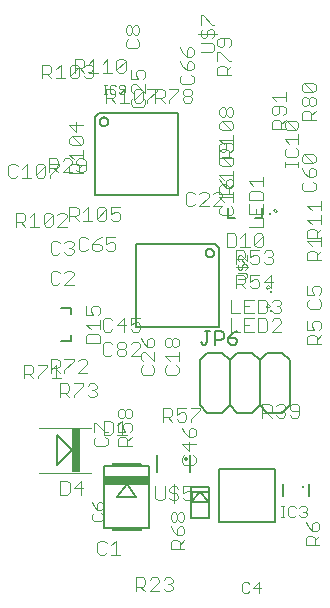
<source format=gbr>
G04 EAGLE Gerber RS-274X export*
G75*
%MOMM*%
%FSLAX34Y34*%
%LPD*%
%INSilkscreen Top*%
%IPPOS*%
%AMOC8*
5,1,8,0,0,1.08239X$1,22.5*%
G01*
%ADD10C,0.101600*%
%ADD11C,0.152400*%
%ADD12C,0.076200*%
%ADD13C,0.063400*%
%ADD14C,0.250000*%
%ADD15C,0.127000*%
%ADD16R,0.635000X3.810000*%
%ADD17C,0.203200*%
%ADD18C,0.359200*%
%ADD19C,0.300000*%

G36*
X106377Y126265D02*
X106377Y126265D01*
X106443Y126267D01*
X106487Y126285D01*
X106533Y126293D01*
X106590Y126326D01*
X106651Y126351D01*
X106686Y126383D01*
X106727Y126407D01*
X106768Y126458D01*
X106817Y126503D01*
X106838Y126545D01*
X106868Y126581D01*
X106889Y126644D01*
X106919Y126702D01*
X106927Y126757D01*
X106940Y126794D01*
X106939Y126833D01*
X106947Y126888D01*
X106947Y132888D01*
X106935Y132952D01*
X106933Y133018D01*
X106915Y133062D01*
X106907Y133108D01*
X106874Y133165D01*
X106849Y133226D01*
X106817Y133261D01*
X106793Y133302D01*
X106742Y133343D01*
X106697Y133392D01*
X106655Y133413D01*
X106619Y133443D01*
X106557Y133464D01*
X106498Y133494D01*
X106443Y133502D01*
X106406Y133515D01*
X106367Y133514D01*
X106313Y133522D01*
X68313Y133522D01*
X68248Y133510D01*
X68182Y133508D01*
X68138Y133490D01*
X68092Y133482D01*
X68035Y133449D01*
X67974Y133424D01*
X67939Y133392D01*
X67898Y133368D01*
X67857Y133317D01*
X67808Y133272D01*
X67787Y133230D01*
X67757Y133194D01*
X67736Y133132D01*
X67706Y133073D01*
X67698Y133018D01*
X67685Y132981D01*
X67686Y132942D01*
X67678Y132888D01*
X67678Y126888D01*
X67690Y126823D01*
X67692Y126757D01*
X67710Y126713D01*
X67718Y126667D01*
X67751Y126610D01*
X67776Y126549D01*
X67808Y126514D01*
X67832Y126473D01*
X67883Y126432D01*
X67928Y126383D01*
X67970Y126362D01*
X68006Y126332D01*
X68069Y126311D01*
X68127Y126281D01*
X68182Y126273D01*
X68219Y126260D01*
X68258Y126261D01*
X68313Y126253D01*
X106313Y126253D01*
X106377Y126265D01*
G37*
G36*
X99377Y141265D02*
X99377Y141265D01*
X99443Y141267D01*
X99487Y141285D01*
X99533Y141293D01*
X99590Y141326D01*
X99651Y141351D01*
X99686Y141383D01*
X99727Y141407D01*
X99768Y141458D01*
X99817Y141503D01*
X99838Y141545D01*
X99868Y141581D01*
X99889Y141644D01*
X99919Y141702D01*
X99927Y141757D01*
X99940Y141794D01*
X99939Y141833D01*
X99947Y141888D01*
X99947Y143888D01*
X99935Y143952D01*
X99933Y144018D01*
X99915Y144062D01*
X99907Y144108D01*
X99874Y144165D01*
X99849Y144226D01*
X99817Y144261D01*
X99793Y144302D01*
X99742Y144343D01*
X99697Y144392D01*
X99655Y144413D01*
X99619Y144443D01*
X99557Y144464D01*
X99498Y144494D01*
X99443Y144502D01*
X99406Y144515D01*
X99367Y144514D01*
X99313Y144522D01*
X75313Y144522D01*
X75248Y144510D01*
X75182Y144508D01*
X75138Y144490D01*
X75092Y144482D01*
X75035Y144449D01*
X74974Y144424D01*
X74939Y144392D01*
X74898Y144368D01*
X74857Y144317D01*
X74808Y144272D01*
X74787Y144230D01*
X74757Y144194D01*
X74736Y144132D01*
X74706Y144073D01*
X74698Y144018D01*
X74685Y143981D01*
X74686Y143942D01*
X74678Y143888D01*
X74678Y141888D01*
X74690Y141823D01*
X74692Y141757D01*
X74710Y141713D01*
X74718Y141667D01*
X74751Y141610D01*
X74776Y141549D01*
X74808Y141514D01*
X74832Y141473D01*
X74883Y141432D01*
X74928Y141383D01*
X74970Y141362D01*
X75006Y141332D01*
X75069Y141311D01*
X75127Y141281D01*
X75182Y141273D01*
X75219Y141260D01*
X75258Y141261D01*
X75313Y141253D01*
X99313Y141253D01*
X99377Y141265D01*
G37*
G36*
X99377Y87265D02*
X99377Y87265D01*
X99443Y87267D01*
X99487Y87285D01*
X99533Y87293D01*
X99590Y87326D01*
X99651Y87351D01*
X99686Y87383D01*
X99727Y87407D01*
X99768Y87458D01*
X99817Y87503D01*
X99838Y87545D01*
X99868Y87581D01*
X99889Y87644D01*
X99919Y87702D01*
X99927Y87757D01*
X99940Y87794D01*
X99939Y87833D01*
X99947Y87888D01*
X99947Y89888D01*
X99935Y89952D01*
X99933Y90018D01*
X99915Y90062D01*
X99907Y90108D01*
X99874Y90165D01*
X99849Y90226D01*
X99817Y90261D01*
X99793Y90302D01*
X99742Y90343D01*
X99697Y90392D01*
X99655Y90413D01*
X99619Y90443D01*
X99557Y90464D01*
X99498Y90494D01*
X99443Y90502D01*
X99406Y90515D01*
X99367Y90514D01*
X99313Y90522D01*
X75313Y90522D01*
X75248Y90510D01*
X75182Y90508D01*
X75138Y90490D01*
X75092Y90482D01*
X75035Y90449D01*
X74974Y90424D01*
X74939Y90392D01*
X74898Y90368D01*
X74857Y90317D01*
X74808Y90272D01*
X74787Y90230D01*
X74757Y90194D01*
X74736Y90132D01*
X74706Y90073D01*
X74698Y90018D01*
X74685Y89981D01*
X74686Y89942D01*
X74678Y89888D01*
X74678Y87888D01*
X74690Y87823D01*
X74692Y87757D01*
X74710Y87713D01*
X74718Y87667D01*
X74751Y87610D01*
X74776Y87549D01*
X74808Y87514D01*
X74832Y87473D01*
X74883Y87432D01*
X74928Y87383D01*
X74970Y87362D01*
X75006Y87332D01*
X75069Y87311D01*
X75127Y87281D01*
X75182Y87273D01*
X75219Y87260D01*
X75258Y87261D01*
X75313Y87253D01*
X99313Y87253D01*
X99377Y87265D01*
G37*
D10*
X-5135Y396015D02*
X-7084Y397964D01*
X-10982Y397964D01*
X-12930Y396015D01*
X-12930Y388219D01*
X-10982Y386271D01*
X-7084Y386271D01*
X-5135Y388219D01*
X-1237Y394066D02*
X2661Y397964D01*
X2661Y386271D01*
X-1237Y386271D02*
X6559Y386271D01*
X10457Y388219D02*
X10457Y396015D01*
X12406Y397964D01*
X16304Y397964D01*
X18253Y396015D01*
X18253Y388219D01*
X16304Y386271D01*
X12406Y386271D01*
X10457Y388219D01*
X18253Y396015D01*
X22151Y397964D02*
X29947Y397964D01*
X29947Y396015D01*
X22151Y388219D01*
X22151Y386271D01*
X165598Y360211D02*
X167547Y362160D01*
X165598Y360211D02*
X165598Y356313D01*
X167547Y354364D01*
X175343Y354364D01*
X177292Y356313D01*
X177292Y360211D01*
X175343Y362160D01*
X169496Y366058D02*
X165598Y369955D01*
X177292Y369955D01*
X177292Y366058D02*
X177292Y373853D01*
X167547Y381649D02*
X165598Y385547D01*
X167547Y381649D02*
X171445Y377751D01*
X175343Y377751D01*
X177292Y379700D01*
X177292Y383598D01*
X175343Y385547D01*
X173394Y385547D01*
X171445Y383598D01*
X171445Y377751D01*
X92935Y454235D02*
X90986Y452286D01*
X90986Y448388D01*
X92935Y446439D01*
X100731Y446439D01*
X102680Y448388D01*
X102680Y452286D01*
X100731Y454235D01*
X102680Y458133D02*
X102680Y465928D01*
X102680Y458133D02*
X94884Y465928D01*
X92935Y465928D01*
X90986Y463979D01*
X90986Y460081D01*
X92935Y458133D01*
X90986Y469826D02*
X90986Y477622D01*
X90986Y469826D02*
X96833Y469826D01*
X94884Y473724D01*
X94884Y475673D01*
X96833Y477622D01*
X100731Y477622D01*
X102680Y475673D01*
X102680Y471775D01*
X100731Y469826D01*
X52236Y336052D02*
X54185Y334103D01*
X52236Y336052D02*
X48338Y336052D01*
X46389Y334103D01*
X46389Y326307D01*
X48338Y324358D01*
X52236Y324358D01*
X54185Y326307D01*
X61980Y334103D02*
X65878Y336052D01*
X61980Y334103D02*
X58083Y330205D01*
X58083Y326307D01*
X60031Y324358D01*
X63929Y324358D01*
X65878Y326307D01*
X65878Y328256D01*
X63929Y330205D01*
X58083Y330205D01*
X69776Y336052D02*
X77572Y336052D01*
X69776Y336052D02*
X69776Y330205D01*
X73674Y332154D01*
X75623Y332154D01*
X77572Y330205D01*
X77572Y326307D01*
X75623Y324358D01*
X71725Y324358D01*
X69776Y326307D01*
X132261Y471336D02*
X134210Y473285D01*
X132261Y471336D02*
X132261Y467438D01*
X134210Y465489D01*
X142006Y465489D01*
X143955Y467438D01*
X143955Y471336D01*
X142006Y473285D01*
X134210Y481080D02*
X132261Y484978D01*
X134210Y481080D02*
X138108Y477183D01*
X142006Y477183D01*
X143955Y479131D01*
X143955Y483029D01*
X142006Y484978D01*
X140057Y484978D01*
X138108Y483029D01*
X138108Y477183D01*
X134210Y492774D02*
X132261Y496672D01*
X134210Y492774D02*
X138108Y488876D01*
X142006Y488876D01*
X143955Y490825D01*
X143955Y494723D01*
X142006Y496672D01*
X140057Y496672D01*
X138108Y494723D01*
X138108Y488876D01*
X67608Y180477D02*
X67608Y168783D01*
X73455Y168783D01*
X75404Y170732D01*
X75404Y178528D01*
X73455Y180477D01*
X67608Y180477D01*
X79302Y176579D02*
X83199Y180477D01*
X83199Y168783D01*
X79302Y168783D02*
X87097Y168783D01*
X-6580Y344996D02*
X-6580Y356689D01*
X-734Y356689D01*
X1216Y354740D01*
X1216Y350842D01*
X-734Y348893D01*
X-6580Y348893D01*
X-2683Y348893D02*
X1216Y344996D01*
X5114Y352791D02*
X9011Y356689D01*
X9011Y344996D01*
X5114Y344996D02*
X12909Y344996D01*
X16807Y346944D02*
X16807Y354740D01*
X18756Y356689D01*
X22654Y356689D01*
X24603Y354740D01*
X24603Y346944D01*
X22654Y344996D01*
X18756Y344996D01*
X16807Y346944D01*
X24603Y354740D01*
X28501Y344996D02*
X36297Y344996D01*
X36297Y352791D02*
X28501Y344996D01*
X36297Y352791D02*
X36297Y354740D01*
X34348Y356689D01*
X30450Y356689D01*
X28501Y354740D01*
X15645Y470408D02*
X15645Y482102D01*
X21492Y482102D01*
X23441Y480153D01*
X23441Y476255D01*
X21492Y474306D01*
X15645Y474306D01*
X19543Y474306D02*
X23441Y470408D01*
X27339Y478204D02*
X31236Y482102D01*
X31236Y470408D01*
X27339Y470408D02*
X35134Y470408D01*
X39032Y472357D02*
X39032Y480153D01*
X40981Y482102D01*
X44879Y482102D01*
X46828Y480153D01*
X46828Y472357D01*
X44879Y470408D01*
X40981Y470408D01*
X39032Y472357D01*
X46828Y480153D01*
X50726Y480153D02*
X52675Y482102D01*
X56573Y482102D01*
X58522Y480153D01*
X58522Y478204D01*
X56573Y476255D01*
X54624Y476255D01*
X56573Y476255D02*
X58522Y474306D01*
X58522Y472357D01*
X56573Y470408D01*
X52675Y470408D01*
X50726Y472357D01*
X50292Y390295D02*
X38598Y390295D01*
X38598Y396142D01*
X40547Y398091D01*
X44445Y398091D01*
X46394Y396142D01*
X46394Y390295D01*
X46394Y394193D02*
X50292Y398091D01*
X42496Y401989D02*
X38598Y405886D01*
X50292Y405886D01*
X50292Y401989D02*
X50292Y409784D01*
X48343Y413682D02*
X40547Y413682D01*
X38598Y415631D01*
X38598Y419529D01*
X40547Y421478D01*
X48343Y421478D01*
X50292Y419529D01*
X50292Y415631D01*
X48343Y413682D01*
X40547Y421478D01*
X38598Y431223D02*
X50292Y431223D01*
X44445Y425376D02*
X38598Y431223D01*
X44445Y433172D02*
X44445Y425376D01*
X38608Y361452D02*
X38608Y349758D01*
X38608Y361452D02*
X44455Y361452D01*
X46404Y359503D01*
X46404Y355605D01*
X44455Y353656D01*
X38608Y353656D01*
X42506Y353656D02*
X46404Y349758D01*
X50302Y357554D02*
X54200Y361452D01*
X54200Y349758D01*
X50302Y349758D02*
X58098Y349758D01*
X61996Y351707D02*
X61996Y359503D01*
X63945Y361452D01*
X67843Y361452D01*
X69792Y359503D01*
X69792Y351707D01*
X67843Y349758D01*
X63945Y349758D01*
X61996Y351707D01*
X69792Y359503D01*
X73690Y361452D02*
X81486Y361452D01*
X73690Y361452D02*
X73690Y355605D01*
X77588Y357554D01*
X79537Y357554D01*
X81486Y355605D01*
X81486Y351707D01*
X79537Y349758D01*
X75639Y349758D01*
X73690Y351707D01*
X69620Y449771D02*
X69620Y461464D01*
X75467Y461464D01*
X77416Y459515D01*
X77416Y455617D01*
X75467Y453668D01*
X69620Y453668D01*
X73518Y453668D02*
X77416Y449771D01*
X81314Y457566D02*
X85211Y461464D01*
X85211Y449771D01*
X81314Y449771D02*
X89109Y449771D01*
X93007Y451719D02*
X93007Y459515D01*
X94956Y461464D01*
X98854Y461464D01*
X100803Y459515D01*
X100803Y451719D01*
X98854Y449771D01*
X94956Y449771D01*
X93007Y451719D01*
X100803Y459515D01*
X104701Y461464D02*
X112497Y461464D01*
X112497Y459515D01*
X104701Y451719D01*
X104701Y449771D01*
X165598Y402995D02*
X177292Y402995D01*
X165598Y402995D02*
X165598Y408842D01*
X167547Y410791D01*
X171445Y410791D01*
X173394Y408842D01*
X173394Y402995D01*
X173394Y406893D02*
X177292Y410791D01*
X169496Y414689D02*
X165598Y418586D01*
X177292Y418586D01*
X177292Y414689D02*
X177292Y422484D01*
X175343Y426382D02*
X167547Y426382D01*
X165598Y428331D01*
X165598Y432229D01*
X167547Y434178D01*
X175343Y434178D01*
X177292Y432229D01*
X177292Y428331D01*
X175343Y426382D01*
X167547Y434178D01*
X167547Y438076D02*
X165598Y440025D01*
X165598Y443923D01*
X167547Y445872D01*
X169496Y445872D01*
X171445Y443923D01*
X173394Y445872D01*
X175343Y445872D01*
X177292Y443923D01*
X177292Y440025D01*
X175343Y438076D01*
X173394Y438076D01*
X171445Y440025D01*
X169496Y438076D01*
X167547Y438076D01*
X171445Y440025D02*
X171445Y443923D01*
X177292Y372832D02*
X165598Y372832D01*
X165598Y378679D01*
X167547Y380628D01*
X171445Y380628D01*
X173394Y378679D01*
X173394Y372832D01*
X173394Y376730D02*
X177292Y380628D01*
X169496Y384526D02*
X165598Y388424D01*
X177292Y388424D01*
X177292Y384526D02*
X177292Y392322D01*
X175343Y396220D02*
X167547Y396220D01*
X165598Y398169D01*
X165598Y402067D01*
X167547Y404016D01*
X175343Y404016D01*
X177292Y402067D01*
X177292Y398169D01*
X175343Y396220D01*
X167547Y404016D01*
X175343Y407914D02*
X177292Y409863D01*
X177292Y413761D01*
X175343Y415710D01*
X167547Y415710D01*
X165598Y413761D01*
X165598Y409863D01*
X167547Y407914D01*
X169496Y407914D01*
X171445Y409863D01*
X171445Y415710D01*
X43371Y475171D02*
X43371Y486864D01*
X49217Y486864D01*
X51166Y484915D01*
X51166Y481017D01*
X49217Y479068D01*
X43371Y479068D01*
X47268Y479068D02*
X51166Y475171D01*
X55064Y482966D02*
X58962Y486864D01*
X58962Y475171D01*
X55064Y475171D02*
X62860Y475171D01*
X66758Y482966D02*
X70656Y486864D01*
X70656Y475171D01*
X66758Y475171D02*
X74554Y475171D01*
X78452Y477119D02*
X78452Y484915D01*
X80401Y486864D01*
X84299Y486864D01*
X86248Y484915D01*
X86248Y477119D01*
X84299Y475171D01*
X80401Y475171D01*
X78452Y477119D01*
X86248Y484915D01*
X351Y228102D02*
X351Y216408D01*
X351Y228102D02*
X6198Y228102D01*
X8147Y226153D01*
X8147Y222255D01*
X6198Y220306D01*
X351Y220306D01*
X4249Y220306D02*
X8147Y216408D01*
X12045Y228102D02*
X19841Y228102D01*
X19841Y226153D01*
X12045Y218357D01*
X12045Y216408D01*
X23739Y224204D02*
X27637Y228102D01*
X27637Y216408D01*
X23739Y216408D02*
X31535Y216408D01*
X22733Y221171D02*
X22733Y232864D01*
X28580Y232864D01*
X30529Y230915D01*
X30529Y227017D01*
X28580Y225068D01*
X22733Y225068D01*
X26631Y225068D02*
X30529Y221171D01*
X34427Y232864D02*
X42223Y232864D01*
X42223Y230915D01*
X34427Y223119D01*
X34427Y221171D01*
X46121Y221171D02*
X53917Y221171D01*
X53917Y228966D02*
X46121Y221171D01*
X53917Y228966D02*
X53917Y230915D01*
X51968Y232864D01*
X48070Y232864D01*
X46121Y230915D01*
X30671Y212227D02*
X30671Y200533D01*
X30671Y212227D02*
X36517Y212227D01*
X38466Y210278D01*
X38466Y206380D01*
X36517Y204431D01*
X30671Y204431D01*
X34568Y204431D02*
X38466Y200533D01*
X42364Y212227D02*
X50160Y212227D01*
X50160Y210278D01*
X42364Y202482D01*
X42364Y200533D01*
X54058Y210278D02*
X56007Y212227D01*
X59905Y212227D01*
X61854Y210278D01*
X61854Y208329D01*
X59905Y206380D01*
X57956Y206380D01*
X59905Y206380D02*
X61854Y204431D01*
X61854Y202482D01*
X59905Y200533D01*
X56007Y200533D01*
X54058Y202482D01*
X111476Y449771D02*
X111476Y461464D01*
X117323Y461464D01*
X119272Y459515D01*
X119272Y455617D01*
X117323Y453668D01*
X111476Y453668D01*
X115374Y453668D02*
X119272Y449771D01*
X123170Y461464D02*
X130966Y461464D01*
X130966Y459515D01*
X123170Y451719D01*
X123170Y449771D01*
X134864Y459515D02*
X136813Y461464D01*
X140711Y461464D01*
X142660Y459515D01*
X142660Y457566D01*
X140711Y455617D01*
X142660Y453668D01*
X142660Y451719D01*
X140711Y449771D01*
X136813Y449771D01*
X134864Y451719D01*
X134864Y453668D01*
X136813Y455617D01*
X134864Y457566D01*
X134864Y459515D01*
X136813Y455617D02*
X140711Y455617D01*
X164011Y473426D02*
X175705Y473426D01*
X164011Y473426D02*
X164011Y479273D01*
X165960Y481222D01*
X169858Y481222D01*
X171807Y479273D01*
X171807Y473426D01*
X171807Y477324D02*
X175705Y481222D01*
X164011Y485120D02*
X164011Y492916D01*
X165960Y492916D01*
X173756Y485120D01*
X175705Y485120D01*
X173756Y496814D02*
X175705Y498763D01*
X175705Y502661D01*
X173756Y504610D01*
X165960Y504610D01*
X164011Y502661D01*
X164011Y498763D01*
X165960Y496814D01*
X167909Y496814D01*
X169858Y498763D01*
X169858Y504610D01*
X235448Y435326D02*
X247142Y435326D01*
X235448Y435326D02*
X235448Y441173D01*
X237397Y443122D01*
X241295Y443122D01*
X243244Y441173D01*
X243244Y435326D01*
X243244Y439224D02*
X247142Y443122D01*
X237397Y447020D02*
X235448Y448969D01*
X235448Y452867D01*
X237397Y454816D01*
X239346Y454816D01*
X241295Y452867D01*
X243244Y454816D01*
X245193Y454816D01*
X247142Y452867D01*
X247142Y448969D01*
X245193Y447020D01*
X243244Y447020D01*
X241295Y448969D01*
X239346Y447020D01*
X237397Y447020D01*
X241295Y448969D02*
X241295Y452867D01*
X245193Y458714D02*
X237397Y458714D01*
X235448Y460663D01*
X235448Y464561D01*
X237397Y466510D01*
X245193Y466510D01*
X247142Y464561D01*
X247142Y460663D01*
X245193Y458714D01*
X237397Y466510D01*
D11*
X130300Y441450D02*
X130300Y371350D01*
X60200Y371350D01*
X60200Y437900D01*
X63750Y441450D02*
X130300Y441450D01*
X63750Y441450D02*
X60200Y437900D01*
X64226Y433832D02*
X64228Y433951D01*
X64234Y434071D01*
X64244Y434190D01*
X64258Y434308D01*
X64276Y434426D01*
X64297Y434544D01*
X64323Y434660D01*
X64352Y434776D01*
X64386Y434891D01*
X64423Y435004D01*
X64464Y435116D01*
X64508Y435227D01*
X64556Y435337D01*
X64608Y435444D01*
X64663Y435550D01*
X64722Y435654D01*
X64785Y435756D01*
X64850Y435855D01*
X64919Y435953D01*
X64991Y436048D01*
X65066Y436141D01*
X65145Y436231D01*
X65226Y436319D01*
X65310Y436403D01*
X65397Y436485D01*
X65486Y436564D01*
X65578Y436640D01*
X65673Y436713D01*
X65770Y436783D01*
X65869Y436849D01*
X65971Y436912D01*
X66074Y436972D01*
X66179Y437028D01*
X66286Y437081D01*
X66395Y437130D01*
X66506Y437176D01*
X66618Y437217D01*
X66731Y437255D01*
X66845Y437290D01*
X66961Y437320D01*
X67077Y437347D01*
X67194Y437369D01*
X67312Y437388D01*
X67431Y437403D01*
X67550Y437414D01*
X67669Y437421D01*
X67788Y437424D01*
X67908Y437423D01*
X68027Y437418D01*
X68146Y437409D01*
X68265Y437396D01*
X68383Y437379D01*
X68500Y437359D01*
X68617Y437334D01*
X68733Y437305D01*
X68848Y437273D01*
X68962Y437237D01*
X69075Y437197D01*
X69186Y437153D01*
X69295Y437106D01*
X69403Y437055D01*
X69510Y437001D01*
X69614Y436943D01*
X69716Y436881D01*
X69817Y436817D01*
X69915Y436748D01*
X70011Y436677D01*
X70104Y436603D01*
X70195Y436525D01*
X70283Y436445D01*
X70368Y436361D01*
X70451Y436275D01*
X70531Y436186D01*
X70608Y436095D01*
X70681Y436001D01*
X70752Y435904D01*
X70819Y435806D01*
X70883Y435705D01*
X70944Y435602D01*
X71001Y435497D01*
X71054Y435391D01*
X71104Y435282D01*
X71151Y435172D01*
X71193Y435061D01*
X71232Y434948D01*
X71268Y434834D01*
X71299Y434718D01*
X71326Y434602D01*
X71350Y434485D01*
X71370Y434367D01*
X71386Y434249D01*
X71398Y434130D01*
X71406Y434011D01*
X71410Y433892D01*
X71410Y433772D01*
X71406Y433653D01*
X71398Y433534D01*
X71386Y433415D01*
X71370Y433297D01*
X71350Y433179D01*
X71326Y433062D01*
X71299Y432946D01*
X71268Y432830D01*
X71232Y432716D01*
X71193Y432603D01*
X71151Y432492D01*
X71104Y432382D01*
X71054Y432273D01*
X71001Y432167D01*
X70944Y432062D01*
X70883Y431959D01*
X70819Y431858D01*
X70752Y431760D01*
X70681Y431663D01*
X70608Y431569D01*
X70531Y431478D01*
X70451Y431389D01*
X70368Y431303D01*
X70283Y431219D01*
X70195Y431139D01*
X70104Y431061D01*
X70011Y430987D01*
X69915Y430916D01*
X69817Y430847D01*
X69716Y430783D01*
X69614Y430721D01*
X69510Y430663D01*
X69403Y430609D01*
X69295Y430558D01*
X69186Y430511D01*
X69075Y430467D01*
X68962Y430427D01*
X68848Y430391D01*
X68733Y430359D01*
X68617Y430330D01*
X68500Y430305D01*
X68383Y430285D01*
X68265Y430268D01*
X68146Y430255D01*
X68027Y430246D01*
X67908Y430241D01*
X67788Y430240D01*
X67669Y430243D01*
X67550Y430250D01*
X67431Y430261D01*
X67312Y430276D01*
X67194Y430295D01*
X67077Y430317D01*
X66961Y430344D01*
X66845Y430374D01*
X66731Y430409D01*
X66618Y430447D01*
X66506Y430488D01*
X66395Y430534D01*
X66286Y430583D01*
X66179Y430636D01*
X66074Y430692D01*
X65971Y430752D01*
X65869Y430815D01*
X65770Y430881D01*
X65673Y430951D01*
X65578Y431024D01*
X65486Y431100D01*
X65397Y431179D01*
X65310Y431261D01*
X65226Y431345D01*
X65145Y431433D01*
X65066Y431523D01*
X64991Y431616D01*
X64919Y431711D01*
X64850Y431809D01*
X64785Y431908D01*
X64722Y432010D01*
X64663Y432114D01*
X64608Y432220D01*
X64556Y432327D01*
X64508Y432437D01*
X64464Y432548D01*
X64423Y432660D01*
X64386Y432773D01*
X64352Y432888D01*
X64323Y433004D01*
X64297Y433120D01*
X64276Y433238D01*
X64258Y433356D01*
X64244Y433474D01*
X64234Y433593D01*
X64228Y433713D01*
X64226Y433832D01*
D12*
X67945Y457581D02*
X70402Y457581D01*
X69174Y457581D02*
X69174Y464953D01*
X70402Y464953D02*
X67945Y464953D01*
X76621Y464953D02*
X77849Y463725D01*
X76621Y464953D02*
X74163Y464953D01*
X72934Y463725D01*
X72934Y458810D01*
X74163Y457581D01*
X76621Y457581D01*
X77849Y458810D01*
X80419Y458810D02*
X81647Y457581D01*
X84105Y457581D01*
X85333Y458810D01*
X85333Y463725D01*
X84105Y464953D01*
X81647Y464953D01*
X80419Y463725D01*
X80419Y462496D01*
X81647Y461267D01*
X85333Y461267D01*
D10*
X28580Y307477D02*
X30529Y305528D01*
X28580Y307477D02*
X24682Y307477D01*
X22733Y305528D01*
X22733Y297732D01*
X24682Y295783D01*
X28580Y295783D01*
X30529Y297732D01*
X34427Y295783D02*
X42223Y295783D01*
X34427Y295783D02*
X42223Y303579D01*
X42223Y305528D01*
X40274Y307477D01*
X36376Y307477D01*
X34427Y305528D01*
X30529Y330928D02*
X28580Y332877D01*
X24682Y332877D01*
X22733Y330928D01*
X22733Y323132D01*
X24682Y321183D01*
X28580Y321183D01*
X30529Y323132D01*
X34427Y330928D02*
X36376Y332877D01*
X40274Y332877D01*
X42223Y330928D01*
X42223Y328979D01*
X40274Y327030D01*
X38325Y327030D01*
X40274Y327030D02*
X42223Y325081D01*
X42223Y323132D01*
X40274Y321183D01*
X36376Y321183D01*
X34427Y323132D01*
X100872Y227379D02*
X98923Y225430D01*
X98923Y221532D01*
X100872Y219583D01*
X108668Y219583D01*
X110617Y221532D01*
X110617Y225430D01*
X108668Y227379D01*
X110617Y231277D02*
X110617Y239073D01*
X110617Y231277D02*
X102821Y239073D01*
X100872Y239073D01*
X98923Y237124D01*
X98923Y233226D01*
X100872Y231277D01*
X100872Y246869D02*
X98923Y250767D01*
X100872Y246869D02*
X104770Y242971D01*
X108668Y242971D01*
X110617Y244920D01*
X110617Y248818D01*
X108668Y250767D01*
X106719Y250767D01*
X104770Y248818D01*
X104770Y242971D01*
X240211Y335314D02*
X251905Y335314D01*
X240211Y335314D02*
X240211Y341161D01*
X242160Y343110D01*
X246058Y343110D01*
X248007Y341161D01*
X248007Y335314D01*
X248007Y339212D02*
X251905Y343110D01*
X244109Y347008D02*
X240211Y350905D01*
X251905Y350905D01*
X251905Y347008D02*
X251905Y354803D01*
X244109Y358701D02*
X240211Y362599D01*
X251905Y362599D01*
X251905Y358701D02*
X251905Y366497D01*
X21146Y391033D02*
X21146Y402727D01*
X26992Y402727D01*
X28941Y400778D01*
X28941Y396880D01*
X26992Y394931D01*
X21146Y394931D01*
X25043Y394931D02*
X28941Y391033D01*
X32839Y391033D02*
X40635Y391033D01*
X32839Y391033D02*
X40635Y398829D01*
X40635Y400778D01*
X38686Y402727D01*
X34788Y402727D01*
X32839Y400778D01*
X44533Y392982D02*
X46482Y391033D01*
X50380Y391033D01*
X52329Y392982D01*
X52329Y400778D01*
X50380Y402727D01*
X46482Y402727D01*
X44533Y400778D01*
X44533Y398829D01*
X46482Y396880D01*
X52329Y396880D01*
X73030Y247152D02*
X74979Y245203D01*
X73030Y247152D02*
X69132Y247152D01*
X67183Y245203D01*
X67183Y237407D01*
X69132Y235458D01*
X73030Y235458D01*
X74979Y237407D01*
X78877Y245203D02*
X80826Y247152D01*
X84724Y247152D01*
X86673Y245203D01*
X86673Y243254D01*
X84724Y241305D01*
X86673Y239356D01*
X86673Y237407D01*
X84724Y235458D01*
X80826Y235458D01*
X78877Y237407D01*
X78877Y239356D01*
X80826Y241305D01*
X78877Y243254D01*
X78877Y245203D01*
X80826Y241305D02*
X84724Y241305D01*
X90571Y235458D02*
X98367Y235458D01*
X90571Y235458D02*
X98367Y243254D01*
X98367Y245203D01*
X96418Y247152D01*
X92520Y247152D01*
X90571Y245203D01*
X74979Y265840D02*
X73030Y267789D01*
X69132Y267789D01*
X67183Y265840D01*
X67183Y258044D01*
X69132Y256096D01*
X73030Y256096D01*
X74979Y258044D01*
X84724Y256096D02*
X84724Y267789D01*
X78877Y261942D01*
X86673Y261942D01*
X90571Y267789D02*
X98367Y267789D01*
X90571Y267789D02*
X90571Y261942D01*
X94469Y263891D01*
X96418Y263891D01*
X98367Y261942D01*
X98367Y258044D01*
X96418Y256096D01*
X92520Y256096D01*
X90571Y258044D01*
D11*
X39942Y276162D02*
X31814Y276162D01*
X39942Y276162D02*
X39942Y270574D01*
X39942Y247714D02*
X31814Y247714D01*
X39942Y247714D02*
X39942Y253302D01*
D10*
X52886Y246414D02*
X64580Y246414D01*
X64580Y252261D01*
X62631Y254210D01*
X54835Y254210D01*
X52886Y252261D01*
X52886Y246414D01*
X56784Y258108D02*
X52886Y262005D01*
X64580Y262005D01*
X64580Y258108D02*
X64580Y265903D01*
X52886Y269801D02*
X52886Y277597D01*
X52886Y269801D02*
X58733Y269801D01*
X56784Y273699D01*
X56784Y275648D01*
X58733Y277597D01*
X62631Y277597D01*
X64580Y275648D01*
X64580Y271750D01*
X62631Y269801D01*
X202121Y194764D02*
X202121Y183071D01*
X202121Y194764D02*
X207967Y194764D01*
X209916Y192815D01*
X209916Y188917D01*
X207967Y186968D01*
X202121Y186968D01*
X206018Y186968D02*
X209916Y183071D01*
X213814Y192815D02*
X215763Y194764D01*
X219661Y194764D01*
X221610Y192815D01*
X221610Y190866D01*
X219661Y188917D01*
X217712Y188917D01*
X219661Y188917D02*
X221610Y186968D01*
X221610Y185019D01*
X219661Y183071D01*
X215763Y183071D01*
X213814Y185019D01*
X225508Y185019D02*
X227457Y183071D01*
X231355Y183071D01*
X233304Y185019D01*
X233304Y192815D01*
X231355Y194764D01*
X227457Y194764D01*
X225508Y192815D01*
X225508Y190866D01*
X227457Y188917D01*
X233304Y188917D01*
X179739Y313246D02*
X179739Y324939D01*
X185586Y324939D01*
X187535Y322990D01*
X187535Y319092D01*
X185586Y317143D01*
X179739Y317143D01*
X183637Y317143D02*
X187535Y313246D01*
X191433Y324939D02*
X199228Y324939D01*
X191433Y324939D02*
X191433Y319092D01*
X195330Y321041D01*
X197279Y321041D01*
X199228Y319092D01*
X199228Y315194D01*
X197279Y313246D01*
X193381Y313246D01*
X191433Y315194D01*
X203126Y322990D02*
X205075Y324939D01*
X208973Y324939D01*
X210922Y322990D01*
X210922Y321041D01*
X208973Y319092D01*
X207024Y319092D01*
X208973Y319092D02*
X210922Y317143D01*
X210922Y315194D01*
X208973Y313246D01*
X205075Y313246D01*
X203126Y315194D01*
D13*
X208125Y278063D02*
X206375Y276313D01*
X204875Y277813D01*
X206625Y279563D01*
X208125Y278063D01*
D14*
X209125Y273813D03*
D10*
X175107Y267314D02*
X175107Y255621D01*
X182903Y255621D01*
X186801Y267314D02*
X194597Y267314D01*
X186801Y267314D02*
X186801Y255621D01*
X194597Y255621D01*
X190699Y261467D02*
X186801Y261467D01*
X198495Y255621D02*
X198495Y267314D01*
X198495Y255621D02*
X204342Y255621D01*
X206291Y257569D01*
X206291Y265365D01*
X204342Y267314D01*
X198495Y267314D01*
X210189Y255621D02*
X217985Y255621D01*
X217985Y263416D02*
X210189Y255621D01*
X217985Y263416D02*
X217985Y265365D01*
X216036Y267314D01*
X212138Y267314D01*
X210189Y265365D01*
X179739Y292608D02*
X179739Y304302D01*
X185586Y304302D01*
X187535Y302353D01*
X187535Y298455D01*
X185586Y296506D01*
X179739Y296506D01*
X183637Y296506D02*
X187535Y292608D01*
X191433Y304302D02*
X199228Y304302D01*
X191433Y304302D02*
X191433Y298455D01*
X195330Y300404D01*
X197279Y300404D01*
X199228Y298455D01*
X199228Y294557D01*
X197279Y292608D01*
X193381Y292608D01*
X191433Y294557D01*
X208973Y292608D02*
X208973Y304302D01*
X203126Y298455D01*
X210922Y298455D01*
D13*
X208125Y293938D02*
X206375Y292188D01*
X204875Y293688D01*
X206625Y295438D01*
X208125Y293938D01*
D14*
X209125Y289688D03*
D10*
X175107Y283189D02*
X175107Y271496D01*
X182903Y271496D01*
X186801Y283189D02*
X194597Y283189D01*
X186801Y283189D02*
X186801Y271496D01*
X194597Y271496D01*
X190699Y277342D02*
X186801Y277342D01*
X198495Y271496D02*
X198495Y283189D01*
X198495Y271496D02*
X204342Y271496D01*
X206291Y273444D01*
X206291Y281240D01*
X204342Y283189D01*
X198495Y283189D01*
X210189Y281240D02*
X212138Y283189D01*
X216036Y283189D01*
X217985Y281240D01*
X217985Y279291D01*
X216036Y277342D01*
X214087Y277342D01*
X216036Y277342D02*
X217985Y275393D01*
X217985Y273444D01*
X216036Y271496D01*
X212138Y271496D01*
X210189Y273444D01*
X136017Y71789D02*
X124323Y71789D01*
X124323Y77636D01*
X126272Y79585D01*
X130170Y79585D01*
X132119Y77636D01*
X132119Y71789D01*
X132119Y75687D02*
X136017Y79585D01*
X126272Y87380D02*
X124323Y91278D01*
X126272Y87380D02*
X130170Y83483D01*
X134068Y83483D01*
X136017Y85431D01*
X136017Y89329D01*
X134068Y91278D01*
X132119Y91278D01*
X130170Y89329D01*
X130170Y83483D01*
X126272Y95176D02*
X124323Y97125D01*
X124323Y101023D01*
X126272Y102972D01*
X128221Y102972D01*
X130170Y101023D01*
X132119Y102972D01*
X134068Y102972D01*
X136017Y101023D01*
X136017Y97125D01*
X134068Y95176D01*
X132119Y95176D01*
X130170Y97125D01*
X128221Y95176D01*
X126272Y95176D01*
X130170Y97125D02*
X130170Y101023D01*
D11*
X155575Y187325D02*
X149225Y193675D01*
X168275Y187325D02*
X174625Y193675D01*
X180975Y187325D01*
X193675Y187325D02*
X200025Y193675D01*
X149225Y193675D02*
X149225Y231775D01*
X155575Y238125D01*
X168275Y238125D01*
X174625Y231775D01*
X180975Y238125D01*
X193675Y238125D01*
X200025Y231775D01*
X174625Y231775D02*
X174625Y193675D01*
X200025Y193675D02*
X200025Y231775D01*
X193675Y187325D02*
X180975Y187325D01*
X168275Y187325D02*
X155575Y187325D01*
X200025Y193675D02*
X206375Y187325D01*
X219075Y187325D02*
X225425Y193675D01*
X200025Y231775D02*
X206375Y238125D01*
X219075Y238125D01*
X225425Y231775D01*
X225425Y193675D01*
X219075Y187325D02*
X206375Y187325D01*
D15*
X151767Y245110D02*
X149860Y247017D01*
X151767Y245110D02*
X153673Y245110D01*
X155580Y247017D01*
X155580Y256550D01*
X153673Y256550D02*
X157487Y256550D01*
X161554Y256550D02*
X161554Y245110D01*
X161554Y256550D02*
X167274Y256550D01*
X169180Y254643D01*
X169180Y250830D01*
X167274Y248923D01*
X161554Y248923D01*
X177061Y254643D02*
X180874Y256550D01*
X177061Y254643D02*
X173248Y250830D01*
X173248Y247017D01*
X175155Y245110D01*
X178968Y245110D01*
X180874Y247017D01*
X180874Y248923D01*
X178968Y250830D01*
X173248Y250830D01*
D10*
X121510Y227379D02*
X119561Y225430D01*
X119561Y221532D01*
X121510Y219583D01*
X129306Y219583D01*
X131255Y221532D01*
X131255Y225430D01*
X129306Y227379D01*
X123459Y231277D02*
X119561Y235175D01*
X131255Y235175D01*
X131255Y231277D02*
X131255Y239073D01*
X121510Y242971D02*
X119561Y244920D01*
X119561Y248818D01*
X121510Y250767D01*
X123459Y250767D01*
X125408Y248818D01*
X127357Y250767D01*
X129306Y250767D01*
X131255Y248818D01*
X131255Y244920D01*
X129306Y242971D01*
X127357Y242971D01*
X125408Y244920D01*
X123459Y242971D01*
X121510Y242971D01*
X125408Y244920D02*
X125408Y248818D01*
X144829Y372203D02*
X142880Y374152D01*
X138982Y374152D01*
X137033Y372203D01*
X137033Y364407D01*
X138982Y362458D01*
X142880Y362458D01*
X144829Y364407D01*
X148727Y362458D02*
X156523Y362458D01*
X148727Y362458D02*
X156523Y370254D01*
X156523Y372203D01*
X154574Y374152D01*
X150676Y374152D01*
X148727Y372203D01*
X160421Y362458D02*
X168217Y362458D01*
X160421Y362458D02*
X168217Y370254D01*
X168217Y372203D01*
X166268Y374152D01*
X162370Y374152D01*
X160421Y372203D01*
D11*
X165225Y260225D02*
X95125Y260225D01*
X95125Y330325D01*
X161675Y330325D01*
X165225Y326775D02*
X165225Y260225D01*
X165225Y326775D02*
X161675Y330325D01*
X154015Y322707D02*
X154017Y322826D01*
X154023Y322946D01*
X154033Y323065D01*
X154047Y323183D01*
X154065Y323301D01*
X154086Y323419D01*
X154112Y323535D01*
X154141Y323651D01*
X154175Y323766D01*
X154212Y323879D01*
X154253Y323991D01*
X154297Y324102D01*
X154345Y324212D01*
X154397Y324319D01*
X154452Y324425D01*
X154511Y324529D01*
X154574Y324631D01*
X154639Y324730D01*
X154708Y324828D01*
X154780Y324923D01*
X154855Y325016D01*
X154934Y325106D01*
X155015Y325194D01*
X155099Y325278D01*
X155186Y325360D01*
X155275Y325439D01*
X155367Y325515D01*
X155462Y325588D01*
X155559Y325658D01*
X155658Y325724D01*
X155760Y325787D01*
X155863Y325847D01*
X155968Y325903D01*
X156075Y325956D01*
X156184Y326005D01*
X156295Y326051D01*
X156407Y326092D01*
X156520Y326130D01*
X156634Y326165D01*
X156750Y326195D01*
X156866Y326222D01*
X156983Y326244D01*
X157101Y326263D01*
X157220Y326278D01*
X157339Y326289D01*
X157458Y326296D01*
X157577Y326299D01*
X157697Y326298D01*
X157816Y326293D01*
X157935Y326284D01*
X158054Y326271D01*
X158172Y326254D01*
X158289Y326234D01*
X158406Y326209D01*
X158522Y326180D01*
X158637Y326148D01*
X158751Y326112D01*
X158864Y326072D01*
X158975Y326028D01*
X159084Y325981D01*
X159192Y325930D01*
X159299Y325876D01*
X159403Y325818D01*
X159505Y325756D01*
X159606Y325692D01*
X159704Y325623D01*
X159800Y325552D01*
X159893Y325478D01*
X159984Y325400D01*
X160072Y325320D01*
X160157Y325236D01*
X160240Y325150D01*
X160320Y325061D01*
X160397Y324970D01*
X160470Y324876D01*
X160541Y324779D01*
X160608Y324681D01*
X160672Y324580D01*
X160733Y324477D01*
X160790Y324372D01*
X160843Y324266D01*
X160893Y324157D01*
X160940Y324047D01*
X160982Y323936D01*
X161021Y323823D01*
X161057Y323709D01*
X161088Y323593D01*
X161115Y323477D01*
X161139Y323360D01*
X161159Y323242D01*
X161175Y323124D01*
X161187Y323005D01*
X161195Y322886D01*
X161199Y322767D01*
X161199Y322647D01*
X161195Y322528D01*
X161187Y322409D01*
X161175Y322290D01*
X161159Y322172D01*
X161139Y322054D01*
X161115Y321937D01*
X161088Y321821D01*
X161057Y321705D01*
X161021Y321591D01*
X160982Y321478D01*
X160940Y321367D01*
X160893Y321257D01*
X160843Y321148D01*
X160790Y321042D01*
X160733Y320937D01*
X160672Y320834D01*
X160608Y320733D01*
X160541Y320635D01*
X160470Y320538D01*
X160397Y320444D01*
X160320Y320353D01*
X160240Y320264D01*
X160157Y320178D01*
X160072Y320094D01*
X159984Y320014D01*
X159893Y319936D01*
X159800Y319862D01*
X159704Y319791D01*
X159606Y319722D01*
X159505Y319658D01*
X159403Y319596D01*
X159299Y319538D01*
X159192Y319484D01*
X159084Y319433D01*
X158975Y319386D01*
X158864Y319342D01*
X158751Y319302D01*
X158637Y319266D01*
X158522Y319234D01*
X158406Y319205D01*
X158289Y319180D01*
X158172Y319160D01*
X158054Y319143D01*
X157935Y319130D01*
X157816Y319121D01*
X157697Y319116D01*
X157577Y319115D01*
X157458Y319118D01*
X157339Y319125D01*
X157220Y319136D01*
X157101Y319151D01*
X156983Y319170D01*
X156866Y319192D01*
X156750Y319219D01*
X156634Y319249D01*
X156520Y319284D01*
X156407Y319322D01*
X156295Y319363D01*
X156184Y319409D01*
X156075Y319458D01*
X155968Y319511D01*
X155863Y319567D01*
X155760Y319627D01*
X155658Y319690D01*
X155559Y319756D01*
X155462Y319826D01*
X155367Y319899D01*
X155275Y319975D01*
X155186Y320054D01*
X155099Y320136D01*
X155015Y320220D01*
X154934Y320308D01*
X154855Y320398D01*
X154780Y320491D01*
X154708Y320586D01*
X154639Y320684D01*
X154574Y320783D01*
X154511Y320885D01*
X154452Y320989D01*
X154397Y321095D01*
X154345Y321202D01*
X154297Y321312D01*
X154253Y321423D01*
X154212Y321535D01*
X154175Y321648D01*
X154141Y321763D01*
X154112Y321879D01*
X154086Y321995D01*
X154065Y322113D01*
X154047Y322231D01*
X154033Y322349D01*
X154023Y322468D01*
X154017Y322588D01*
X154015Y322707D01*
D12*
X181350Y300890D02*
X187493Y300890D01*
X188722Y302118D01*
X188722Y304576D01*
X187493Y305804D01*
X181350Y305804D01*
X187493Y308374D02*
X188722Y309602D01*
X188722Y312060D01*
X187493Y313289D01*
X186265Y313289D01*
X185036Y312060D01*
X185036Y309602D01*
X183807Y308374D01*
X182578Y308374D01*
X181350Y309602D01*
X181350Y312060D01*
X182578Y313289D01*
X180121Y310831D02*
X189951Y310831D01*
X188722Y315858D02*
X188722Y320773D01*
X188722Y315858D02*
X183807Y320773D01*
X182578Y320773D01*
X181350Y319544D01*
X181350Y317087D01*
X182578Y315858D01*
D10*
X232537Y395780D02*
X232537Y399678D01*
X232537Y397729D02*
X220843Y397729D01*
X220843Y395780D02*
X220843Y399678D01*
X220843Y409423D02*
X222792Y411372D01*
X220843Y409423D02*
X220843Y405525D01*
X222792Y403576D01*
X230588Y403576D01*
X232537Y405525D01*
X232537Y409423D01*
X230588Y411372D01*
X224741Y415270D02*
X220843Y419168D01*
X232537Y419168D01*
X232537Y415270D02*
X232537Y423066D01*
X230588Y426964D02*
X222792Y426964D01*
X220843Y428913D01*
X220843Y432811D01*
X222792Y434760D01*
X230588Y434760D01*
X232537Y432811D01*
X232537Y428913D01*
X230588Y426964D01*
X222792Y434760D01*
X221742Y427546D02*
X210048Y427546D01*
X210048Y433392D01*
X211997Y435341D01*
X215895Y435341D01*
X217844Y433392D01*
X217844Y427546D01*
X217844Y431443D02*
X221742Y435341D01*
X219793Y439239D02*
X221742Y441188D01*
X221742Y445086D01*
X219793Y447035D01*
X211997Y447035D01*
X210048Y445086D01*
X210048Y441188D01*
X211997Y439239D01*
X213946Y439239D01*
X215895Y441188D01*
X215895Y447035D01*
X213946Y450933D02*
X210048Y454831D01*
X221742Y454831D01*
X221742Y450933D02*
X221742Y458729D01*
X237397Y382797D02*
X235448Y380848D01*
X235448Y376950D01*
X237397Y375001D01*
X245193Y375001D01*
X247142Y376950D01*
X247142Y380848D01*
X245193Y382797D01*
X237397Y390593D02*
X235448Y394491D01*
X237397Y390593D02*
X241295Y386695D01*
X245193Y386695D01*
X247142Y388644D01*
X247142Y392542D01*
X245193Y394491D01*
X243244Y394491D01*
X241295Y392542D01*
X241295Y386695D01*
X245193Y398389D02*
X237397Y398389D01*
X235448Y400338D01*
X235448Y404236D01*
X237397Y406185D01*
X245193Y406185D01*
X247142Y404236D01*
X247142Y400338D01*
X245193Y398389D01*
X237397Y406185D01*
D11*
X201549Y360299D02*
X201549Y352171D01*
X195961Y352171D01*
X173101Y352171D02*
X173101Y360299D01*
X173101Y352171D02*
X178689Y352171D01*
D10*
X171801Y339227D02*
X171801Y327533D01*
X177648Y327533D01*
X179597Y329482D01*
X179597Y337278D01*
X177648Y339227D01*
X171801Y339227D01*
X183495Y335329D02*
X187393Y339227D01*
X187393Y327533D01*
X183495Y327533D02*
X191291Y327533D01*
X195189Y329482D02*
X195189Y337278D01*
X197138Y339227D01*
X201036Y339227D01*
X202985Y337278D01*
X202985Y329482D01*
X201036Y327533D01*
X197138Y327533D01*
X195189Y329482D01*
X202985Y337278D01*
X68267Y78877D02*
X70216Y76928D01*
X68267Y78877D02*
X64369Y78877D01*
X62421Y76928D01*
X62421Y69132D01*
X64369Y67183D01*
X68267Y67183D01*
X70216Y69132D01*
X74114Y74979D02*
X78012Y78877D01*
X78012Y67183D01*
X74114Y67183D02*
X81910Y67183D01*
D15*
X68313Y89888D02*
X106313Y89888D01*
X106313Y141888D01*
X68313Y141888D01*
X68313Y89888D01*
X79313Y115888D02*
X95313Y115888D01*
X87313Y126888D01*
X79313Y115888D01*
D10*
X57325Y174775D02*
X12525Y174775D01*
X12525Y136375D02*
X57325Y136375D01*
D16*
X44450Y155575D03*
D15*
X41275Y155575D02*
X28575Y168275D01*
X28575Y142875D01*
X41275Y155575D01*
D10*
X31095Y129677D02*
X31095Y117983D01*
X36942Y117983D01*
X38891Y119932D01*
X38891Y127728D01*
X36942Y129677D01*
X31095Y129677D01*
X48636Y129677D02*
X48636Y117983D01*
X42789Y123830D02*
X48636Y129677D01*
X50585Y123830D02*
X42789Y123830D01*
X240211Y316845D02*
X251905Y316845D01*
X240211Y316845D02*
X240211Y322692D01*
X242160Y324641D01*
X246058Y324641D01*
X248007Y322692D01*
X248007Y316845D01*
X248007Y320743D02*
X251905Y324641D01*
X244109Y328539D02*
X240211Y332437D01*
X251905Y332437D01*
X251905Y328539D02*
X251905Y336335D01*
D13*
X212975Y357025D02*
X211225Y358775D01*
X212725Y360275D01*
X214475Y358525D01*
X212975Y357025D01*
D14*
X208725Y356025D03*
D10*
X202217Y344283D02*
X190523Y344283D01*
X202217Y344283D02*
X202217Y352079D01*
X190523Y355977D02*
X190523Y363773D01*
X190523Y355977D02*
X202217Y355977D01*
X202217Y363773D01*
X196370Y359875D02*
X196370Y355977D01*
X190523Y367671D02*
X202217Y367671D01*
X202217Y373518D01*
X200268Y375467D01*
X192472Y375467D01*
X190523Y373518D01*
X190523Y367671D01*
X194421Y379365D02*
X190523Y383263D01*
X202217Y383263D01*
X202217Y379365D02*
X202217Y387161D01*
X94964Y48002D02*
X94964Y36308D01*
X94964Y48002D02*
X100811Y48002D01*
X102760Y46053D01*
X102760Y42155D01*
X100811Y40206D01*
X94964Y40206D01*
X98862Y40206D02*
X102760Y36308D01*
X106658Y36308D02*
X114453Y36308D01*
X106658Y36308D02*
X114453Y44104D01*
X114453Y46053D01*
X112504Y48002D01*
X108606Y48002D01*
X106658Y46053D01*
X118351Y46053D02*
X120300Y48002D01*
X124198Y48002D01*
X126147Y46053D01*
X126147Y44104D01*
X124198Y42155D01*
X122249Y42155D01*
X124198Y42155D02*
X126147Y40206D01*
X126147Y38257D01*
X124198Y36308D01*
X120300Y36308D01*
X118351Y38257D01*
D12*
X189574Y44077D02*
X191141Y42509D01*
X189574Y44077D02*
X186438Y44077D01*
X184871Y42509D01*
X184871Y36239D01*
X186438Y34671D01*
X189574Y34671D01*
X191141Y36239D01*
X198929Y34671D02*
X198929Y44077D01*
X194226Y39374D01*
X200497Y39374D01*
X59091Y102241D02*
X57523Y100674D01*
X57523Y97538D01*
X59091Y95971D01*
X65361Y95971D01*
X66929Y97538D01*
X66929Y100674D01*
X65361Y102241D01*
X59091Y108461D02*
X57523Y111597D01*
X59091Y108461D02*
X62226Y105326D01*
X65361Y105326D01*
X66929Y106893D01*
X66929Y110029D01*
X65361Y111597D01*
X63794Y111597D01*
X62226Y110029D01*
X62226Y105326D01*
D17*
X113000Y136963D02*
X113000Y151963D01*
X141000Y151963D02*
X141000Y136963D01*
D18*
X137160Y148273D03*
D10*
X111476Y124914D02*
X111476Y115169D01*
X113425Y113221D01*
X117323Y113221D01*
X119272Y115169D01*
X119272Y124914D01*
X123170Y115169D02*
X125119Y113221D01*
X129017Y113221D01*
X130966Y115169D01*
X130966Y117118D01*
X129017Y119067D01*
X125119Y119067D01*
X123170Y121016D01*
X123170Y122965D01*
X125119Y124914D01*
X129017Y124914D01*
X130966Y122965D01*
X127068Y126863D02*
X127068Y111272D01*
X134864Y124914D02*
X142660Y124914D01*
X134864Y124914D02*
X134864Y119067D01*
X138762Y121016D01*
X140711Y121016D01*
X142660Y119067D01*
X142660Y115169D01*
X140711Y113221D01*
X136813Y113221D01*
X134864Y115169D01*
X133848Y149230D02*
X135797Y151179D01*
X133848Y149230D02*
X133848Y145332D01*
X135797Y143383D01*
X143593Y143383D01*
X145542Y145332D01*
X145542Y149230D01*
X143593Y151179D01*
X145542Y160924D02*
X133848Y160924D01*
X139695Y155077D01*
X139695Y162873D01*
X135797Y170669D02*
X133848Y174567D01*
X135797Y170669D02*
X139695Y166771D01*
X143593Y166771D01*
X145542Y168720D01*
X145542Y172618D01*
X143593Y174567D01*
X141644Y174567D01*
X139695Y172618D01*
X139695Y166771D01*
X117983Y179896D02*
X117983Y191589D01*
X123830Y191589D01*
X125779Y189640D01*
X125779Y185742D01*
X123830Y183793D01*
X117983Y183793D01*
X121881Y183793D02*
X125779Y179896D01*
X129677Y191589D02*
X137473Y191589D01*
X129677Y191589D02*
X129677Y185742D01*
X133575Y187691D01*
X135524Y187691D01*
X137473Y185742D01*
X137473Y181844D01*
X135524Y179896D01*
X131626Y179896D01*
X129677Y181844D01*
X141371Y191589D02*
X149167Y191589D01*
X149167Y189640D01*
X141371Y181844D01*
X141371Y179896D01*
X91567Y159258D02*
X79873Y159258D01*
X79873Y165105D01*
X81822Y167054D01*
X85720Y167054D01*
X87669Y165105D01*
X87669Y159258D01*
X87669Y163156D02*
X91567Y167054D01*
X79873Y170952D02*
X79873Y178748D01*
X79873Y170952D02*
X85720Y170952D01*
X83771Y174850D01*
X83771Y176799D01*
X85720Y178748D01*
X89618Y178748D01*
X91567Y176799D01*
X91567Y172901D01*
X89618Y170952D01*
X81822Y182646D02*
X79873Y184595D01*
X79873Y188493D01*
X81822Y190442D01*
X83771Y190442D01*
X85720Y188493D01*
X87669Y190442D01*
X89618Y190442D01*
X91567Y188493D01*
X91567Y184595D01*
X89618Y182646D01*
X87669Y182646D01*
X85720Y184595D01*
X83771Y182646D01*
X81822Y182646D01*
X85720Y184595D02*
X85720Y188493D01*
X61185Y167054D02*
X59236Y165105D01*
X59236Y161207D01*
X61185Y159258D01*
X68981Y159258D01*
X70930Y161207D01*
X70930Y165105D01*
X68981Y167054D01*
X59236Y170952D02*
X59236Y178748D01*
X61185Y178748D01*
X68981Y170952D01*
X70930Y170952D01*
D15*
X212413Y139975D02*
X212413Y94975D01*
X212413Y139975D02*
X165413Y139975D01*
X165413Y94975D01*
X212413Y94975D01*
X141225Y98125D02*
X141225Y112125D01*
X141225Y120125D01*
X141225Y124125D01*
X157225Y124125D01*
X157225Y120125D01*
X157225Y112125D01*
X157225Y98125D01*
X141225Y98125D01*
X141225Y120125D02*
X149225Y120125D01*
X157225Y120125D01*
X149225Y120125D02*
X141225Y112125D01*
X157225Y112125D01*
X149225Y120125D01*
D17*
X241188Y117238D02*
X241188Y127238D01*
X219188Y127238D02*
X219188Y117238D01*
D19*
X236688Y124238D03*
D12*
X220757Y98959D02*
X217621Y98959D01*
X219189Y98959D02*
X219189Y108365D01*
X217621Y108365D02*
X220757Y108365D01*
X228561Y108365D02*
X230129Y106797D01*
X228561Y108365D02*
X225426Y108365D01*
X223858Y106797D01*
X223858Y100526D01*
X225426Y98959D01*
X228561Y98959D01*
X230129Y100526D01*
X233213Y106797D02*
X234781Y108365D01*
X237916Y108365D01*
X239484Y106797D01*
X239484Y105229D01*
X237916Y103662D01*
X236349Y103662D01*
X237916Y103662D02*
X239484Y102094D01*
X239484Y100526D01*
X237916Y98959D01*
X234781Y98959D01*
X233213Y100526D01*
D10*
X240211Y245408D02*
X251905Y245408D01*
X240211Y245408D02*
X240211Y251255D01*
X242160Y253204D01*
X246058Y253204D01*
X248007Y251255D01*
X248007Y245408D01*
X248007Y249306D02*
X251905Y253204D01*
X240211Y257102D02*
X240211Y264897D01*
X240211Y257102D02*
X246058Y257102D01*
X244109Y260999D01*
X244109Y262948D01*
X246058Y264897D01*
X249956Y264897D01*
X251905Y262948D01*
X251905Y259050D01*
X249956Y257102D01*
X240211Y281417D02*
X242160Y283366D01*
X240211Y281417D02*
X240211Y277519D01*
X242160Y275570D01*
X249956Y275570D01*
X251905Y277519D01*
X251905Y281417D01*
X249956Y283366D01*
X240211Y287264D02*
X240211Y295060D01*
X240211Y287264D02*
X246058Y287264D01*
X244109Y291162D01*
X244109Y293111D01*
X246058Y295060D01*
X249956Y295060D01*
X251905Y293111D01*
X251905Y289213D01*
X249956Y287264D01*
X250317Y75545D02*
X238623Y75545D01*
X238623Y81392D01*
X240572Y83341D01*
X244470Y83341D01*
X246419Y81392D01*
X246419Y75545D01*
X246419Y79443D02*
X250317Y83341D01*
X240572Y91137D02*
X238623Y95035D01*
X240572Y91137D02*
X244470Y87239D01*
X248368Y87239D01*
X250317Y89188D01*
X250317Y93086D01*
X248368Y95035D01*
X246419Y95035D01*
X244470Y93086D01*
X244470Y87239D01*
X159468Y492633D02*
X149723Y492633D01*
X159468Y492633D02*
X161417Y494582D01*
X161417Y498480D01*
X159468Y500429D01*
X149723Y500429D01*
X159468Y504327D02*
X161417Y506276D01*
X161417Y510174D01*
X159468Y512123D01*
X157519Y512123D01*
X155570Y510174D01*
X155570Y506276D01*
X153621Y504327D01*
X151672Y504327D01*
X149723Y506276D01*
X149723Y510174D01*
X151672Y512123D01*
X147774Y508225D02*
X163366Y508225D01*
X149723Y516021D02*
X149723Y523817D01*
X151672Y523817D01*
X159468Y516021D01*
X161417Y516021D01*
X88172Y503604D02*
X86223Y501655D01*
X86223Y497757D01*
X88172Y495808D01*
X95968Y495808D01*
X97917Y497757D01*
X97917Y501655D01*
X95968Y503604D01*
X88172Y507502D02*
X86223Y509451D01*
X86223Y513349D01*
X88172Y515298D01*
X90121Y515298D01*
X92070Y513349D01*
X94019Y515298D01*
X95968Y515298D01*
X97917Y513349D01*
X97917Y509451D01*
X95968Y507502D01*
X94019Y507502D01*
X92070Y509451D01*
X90121Y507502D01*
X88172Y507502D01*
X92070Y509451D02*
X92070Y513349D01*
M02*

</source>
